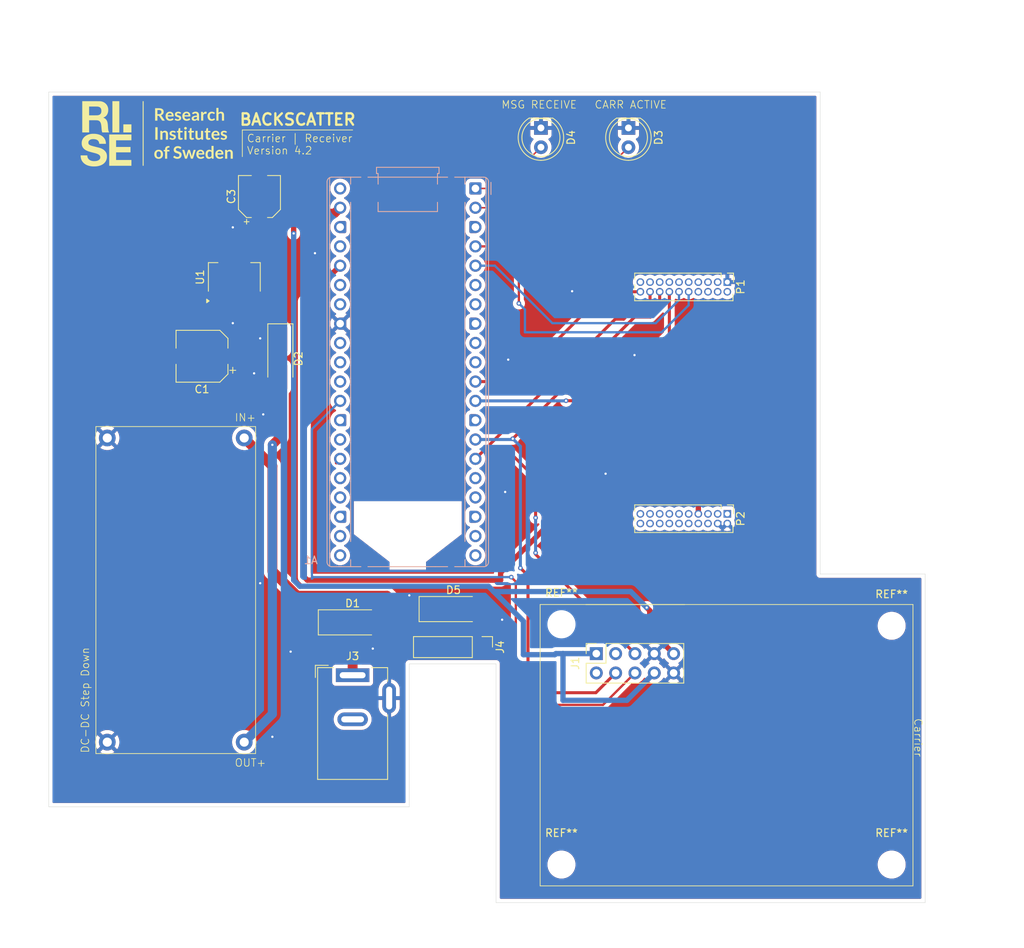
<source format=kicad_pcb>
(kicad_pcb (version 20241229) (generator "pcbnew") (generator_version "9.0")
  (title_block (title "Humanscatter v4.2") (company "RISE (Research Institutes of Sweden)"))
  (layers (0 "F.Cu" signal) (2 "B.Cu" signal) (13 "F.Paste" user) (15 "B.Paste" user) (5 "F.SilkS" user "F.Silkscreen") (7 "B.SilkS" user "B.Silkscreen") (1 "F.Mask" user) (3 "B.Mask" user) (25 "Edge.Cuts" user))
  (net 0 "")
  (net 6 "unconnected-(A1-GPIO20-Pad26)")
  (net 7 "/GDO")
  (net 8 "Net-(A1-VSYS)")
  (net 9 "Net-(A1-GND-Pad13)")
  (net 12 "GND")
  (net 15 "/CS")
  (net 17 "/MOSI")
  (net 20 "/MISO")
  (net 22 "/SCK")
  (net 23 "/GD2")
  (net 27 "/3V3")
  (net 30 "Net-(D2-K)")
  (net 31 "/IN+")
  (net 32 "Net-(D1-A)")
  (net 33 "/OUT+")
  (net 34 "Net-(A1-GPIO1)")
  (net 35 "Net-(A1-GPIO0)")
  (net 41 "Net-(D5-A)")
  (footprint "Package_TO_SOT_SMD:SOT-223-3_TabPin2" (layer "F.Cu") (at 132.2 58.35 90)
    (property "Reference" "U1" (at 0 -4.5 90) (layer "F.SilkS"))
    (property "Value" "AMS1117")
    (pad "1" smd roundrect (at -3.15 -2.3 90) (size 2 1.5) (layers "F.Cu" "F.Mask" "F.Paste") (net 12 "GND"))
    (pad "2" smd roundrect (at -3.15 0 90) (size 2 1.5) (layers "F.Cu" "F.Mask" "F.Paste") (net 8 "Net-(A1-VSYS)"))
    (pad "2" smd roundrect (at 3.15 0 90) (size 2 3.8) (layers "F.Cu" "F.Mask" "F.Paste") (net 8 "Net-(A1-VSYS)"))
    (pad "3" smd roundrect (at -3.15 2.3 90) (size 2 1.5) (layers "F.Cu" "F.Mask" "F.Paste") (net 30 "Net-(D2-K)"))
  )
  (footprint "Capacitor_SMD:CP_Elec_6.3x5.4" (layer "F.Cu") (at 127.95 68.75 180)
    (property "Reference" "C1" (at 0 -4.35 0) (layer "F.SilkS"))
    (property "Value" "10uF")
    (pad "1" smd roundrect (at -2.8 0 180) (size 3.5 1.6) (layers "F.Cu" "F.Mask" "F.Paste") (roundrect_rratio 0.15625) (net 30 "Net-(D2-K)"))
    (pad "2" smd roundrect (at 2.8 0 180) (size 3.5 1.6) (layers "F.Cu" "F.Mask" "F.Paste") (roundrect_rratio 0.15625) (net 12 "GND"))
  )
  (footprint "MountingHole:MountingHole_3.2mm_M3" (layer "F.Cu") (at 175.2 104)
    (property "Reference" "REF**" (at 0 -4.15 0) (layer "F.SilkS"))
    (property "Value" "MountingHole_3.2mm_M3")
    (pad "" np_thru_hole circle (at 0 0) (size 3.2 3.2) (drill 3.2) (layers "*.Cu" "*.Mask"))
  )
  (footprint "Connector_PinHeader_1.27mm:PinHeader_2x10_P1.27mm_Vertical" (layer "F.Cu") (at 197 59 -90)
    (property "Reference" "P1" (at 0.635 -1.745 90) (layer "F.SilkS"))
    (property "Value" "Conn_02x10_Odd_Even")
    (pad "1" thru_hole rect (at 0 0 270) (size 1 1) (drill 0.65) (layers "*.Cu" "*.Mask") (net 12 "GND"))
    (pad "2" thru_hole circle (at 1.27 0 270) (size 1 1) (drill 0.65) (layers "*.Cu" "*.Mask"))
    (pad "3" thru_hole circle (at 0 1.27 270) (size 1 1) (drill 0.65) (layers "*.Cu" "*.Mask"))
    (pad "4" thru_hole circle (at 1.27 1.27 270) (size 1 1) (drill 0.65) (layers "*.Cu" "*.Mask"))
    (pad "5" thru_hole circle (at 0 2.54 270) (size 1 1) (drill 0.65) (layers "*.Cu" "*.Mask"))
    (pad "6" thru_hole circle (at 1.27 2.54 270) (size 1 1) (drill 0.65) (layers "*.Cu" "*.Mask"))
    (pad "7" thru_hole circle (at 0 3.81 270) (size 1 1) (drill 0.65) (layers "*.Cu" "*.Mask"))
    (pad "8" thru_hole circle (at 1.27 3.81 270) (size 1 1) (drill 0.65) (layers "*.Cu" "*.Mask"))
    (pad "9" thru_hole circle (at 0 5.08 270) (size 1 1) (drill 0.65) (layers "*.Cu" "*.Mask"))
    (pad "10" thru_hole circle (at 1.27 5.08 270) (size 1 1) (drill 0.65) (layers "*.Cu" "*.Mask") (net 7 "/GDO"))
    (pad "11" thru_hole circle (at 0 6.35 270) (size 1 1) (drill 0.65) (layers "*.Cu" "*.Mask"))
    (pad "12" thru_hole circle (at 1.27 6.35 270) (size 1 1) (drill 0.65) (layers "*.Cu" "*.Mask") (net 23 "/GD2"))
    (pad "13" thru_hole circle (at 0 7.62 270) (size 1 1) (drill 0.65) (layers "*.Cu" "*.Mask"))
    (pad "14" thru_hole circle (at 1.27 7.62 270) (size 1 1) (drill 0.65) (layers "*.Cu" "*.Mask") (net 15 "/CS"))
    (pad "15" thru_hole circle (at 0 8.89 270) (size 1 1) (drill 0.65) (layers "*.Cu" "*.Mask"))
    (pad "16" thru_hole circle (at 1.27 8.89 270) (size 1 1) (drill 0.65) (layers "*.Cu" "*.Mask") (net 22 "/SCK"))
    (pad "17" thru_hole circle (at 0 10.16 270) (size 1 1) (drill 0.65) (layers "*.Cu" "*.Mask"))
    (pad "18" thru_hole circle (at 1.27 10.16 270) (size 1 1) (drill 0.65) (layers "*.Cu" "*.Mask") (net 17 "/MOSI"))
    (pad "19" thru_hole circle (at 0 11.43 270) (size 1 1) (drill 0.65) (layers "*.Cu" "*.Mask"))
    (pad "20" thru_hole circle (at 1.27 11.43 270) (size 1 1) (drill 0.65) (layers "*.Cu" "*.Mask") (net 20 "/MISO"))
  )
  (footprint "Diode_SMD:D_SMA_Handsoldering" (layer "F.Cu") (at 161 102)
    (property "Reference" "D5" (at 0 -2.5 0) (layer "F.SilkS"))
    (property "Value" "D")
    (pad "1" smd roundrect (at -2.5 0) (size 3.5 1.8) (layers "F.Cu" "F.Mask" "F.Paste") (roundrect_rratio 0.1388888889) (net 31 "/IN+"))
    (pad "2" smd roundrect (at 2.5 0) (size 3.5 1.8) (layers "F.Cu" "F.Mask" "F.Paste") (roundrect_rratio 0.1388888889) (net 41 "Net-(D5-A)"))
  )
  (footprint "Diode_SMD:D_SMA_Handsoldering" (layer "F.Cu") (at 138.25 69 -90)
    (property "Reference" "D2" (at 0.08 -2.39 90) (layer "F.SilkS"))
    (property "Value" "D")
    (pad "1" smd roundrect (at -2.5 0 270) (size 3.5 1.8) (layers "F.Cu" "F.Mask" "F.Paste") (roundrect_rratio 0.1388888889) (net 30 "Net-(D2-K)"))
    (pad "2" smd roundrect (at 2.5 0 270) (size 3.5 1.8) (layers "F.Cu" "F.Mask" "F.Paste") (roundrect_rratio 0.1388888889) (net 33 "/OUT+"))
  )
  (footprint "Connector_PinHeader_2.54mm:WPM404_New" (layer "F.Cu") (at 125 99 -90)
    (property "Reference" "J2" (hide yes))
    (property "Value" "WPM404")
    (pad "1" thru_hole circle (at -19.5 -8.5 270) (size 2.2 2.2) (drill 1.2) (layers "*.Cu" "*.Mask") (net 31 "/IN+"))
    (pad "2" thru_hole circle (at -19.5 9.5 270) (size 2.2 2.2) (drill 1.2) (layers "*.Cu" "*.Mask") (net 12 "GND"))
    (pad "3" thru_hole circle (at 20.5 9.5 270) (size 2.2 2.2) (drill 1.2) (layers "*.Cu" "*.Mask") (net 12 "GND"))
    (pad "4" thru_hole circle (at 20.5 -8.5 270) (size 2.2 2.2) (drill 1.2) (layers "*.Cu" "*.Mask") (net 33 "/OUT+"))
  )
  (footprint "Connector_PinHeader_2.54mm:PinHeader_1x04_P2.54mm_Vertical" (layer "F.Cu") (at 164.75 107 -90)
    (property "Reference" "J4" (at 0 -2.38 90) (layer "F.SilkS"))
    (property "Value" "Conn_01x04")
    (pad "1" smd rect (at 0 0 270) (size 1.6 2.2) (layers "F.Cu" "F.Mask" "F.Paste") (net 41 "Net-(D5-A)"))
    (pad "2" smd rect (at 0 2.54 270) (size 1.6 2.2) (layers "F.Cu" "F.Mask" "F.Paste"))
    (pad "3" smd rect (at 0 5.08 270) (size 1.6 2.2) (layers "F.Cu" "F.Mask" "F.Paste"))
    (pad "4" smd rect (at 0 7.62 270) (size 1.6 2.2) (layers "F.Cu" "F.Mask" "F.Paste") (net 12 "GND"))
  )
  (footprint "Connector_BarrelJack:BarrelJack_Wuerth_6941xx301002" (layer "F.Cu") (at 147.75 110.7)
    (property "Reference" "J3" (at 0 -2.5 0) (layer "F.SilkS"))
    (property "Value" "Barrel_Jack_Switch")
    (pad "1" thru_hole rect (at 0 0) (size 4.4 1.8) (drill oval 3.4 0.8) (layers "*.Cu" "*.Mask") (net 32 "Net-(D1-A)"))
    (pad "2" thru_hole oval (at 0 5.8) (size 4 1.8) (drill oval 3 0.8) (layers "*.Cu" "*.Mask"))
    (pad "3" thru_hole oval (at 4.8 3 90) (size 4 1.8) (drill oval 3 0.8) (layers "*.Cu" "*.Mask") (net 12 "GND"))
  )
  (footprint "MountingHole:MountingHole_3.2mm_M3" (layer "F.Cu") (at 175.2 135.6)
    (property "Reference" "REF**" (at 0 -4.15 0) (layer "F.SilkS"))
    (property "Value" "MountingHole_3.2mm_M3")
    (pad "" np_thru_hole circle (at 0 0) (size 3.2 3.2) (drill 3.2) (layers "*.Cu" "*.Mask"))
  )
  (footprint "Logo.preety:Logo" (layer "F.Cu") (at 122 39.5)
    (property "Reference" "G***" (hide yes))
    (property "Value" "LOGO" (hide yes))
  )
  (footprint "MountingHole:MountingHole_3.2mm_M3" (layer "F.Cu") (at 218.6 104.2)
    (property "Reference" "REF**" (at 0 -4.15 0) (layer "F.SilkS"))
    (property "Value" "MountingHole_3.2mm_M3")
    (pad "" np_thru_hole circle (at 0 0) (size 3.2 3.2) (drill 3.2) (layers "*.Cu" "*.Mask"))
  )
  (footprint "LED_THT:LED_D5.0mm" (layer "F.Cu") (at 184 38.725 -90)
    (property "Reference" "D3" (at 1.27 -3.96 90) (layer "F.SilkS"))
    (property "Value" "LED")
    (pad "1" thru_hole rect (at 0 0 270) (size 1.8 1.8) (drill 0.9) (layers "*.Cu" "*.Mask") (net 12 "GND"))
    (pad "2" thru_hole circle (at 2.54 0 270) (size 1.8 1.8) (drill 0.9) (layers "*.Cu" "*.Mask") (net 34 "Net-(A1-GPIO1)"))
  )
  (footprint "Connector_PinSocket_2.54mm:PinSocket_2x05_P2.54mm_Vertical" (layer "F.Cu") (at 179.78 107.86 90)
    (property "Reference" "J1" (at -1.27 -2.77 90) (layer "F.SilkS"))
    (property "Value" "Conn_02x05_Odd_Even")
    (pad "1" thru_hole rect (at 0 0 90) (size 1.7 1.7) (drill 1) (layers "*.Cu" "*.Mask") (net 8 "Net-(A1-VSYS)"))
    (pad "2" thru_hole circle (at -2.54 0 90) (size 1.7 1.7) (drill 1) (layers "*.Cu" "*.Mask"))
    (pad "3" thru_hole circle (at 0 2.54 90) (size 1.7 1.7) (drill 1) (layers "*.Cu" "*.Mask"))
    (pad "4" thru_hole circle (at -2.54 2.54 90) (size 1.7 1.7) (drill 1) (layers "*.Cu" "*.Mask") (net 22 "/SCK"))
    (pad "5" thru_hole circle (at 0 5.08 90) (size 1.7 1.7) (drill 1) (layers "*.Cu" "*.Mask") (net 17 "/MOSI"))
    (pad "6" thru_hole circle (at -2.54 5.08 90) (size 1.7 1.7) (drill 1) (layers "*.Cu" "*.Mask") (net 15 "/CS"))
    (pad "7" thru_hole circle (at 0 7.62 90) (size 1.7 1.7) (drill 1) (layers "*.Cu" "*.Mask") (net 12 "GND"))
    (pad "8" thru_hole circle (at -2.54 7.62 90) (size 1.7 1.7) (drill 1) (layers "*.Cu" "*.Mask") (net 8 "Net-(A1-VSYS)"))
    (pad "9" thru_hole circle (at 0 10.16 90) (size 1.7 1.7) (drill 1) (layers "*.Cu" "*.Mask") (net 8 "Net-(A1-VSYS)"))
    (pad "10" thru_hole circle (at -2.54 10.16 90) (size 1.7 1.7) (drill 1) (layers "*.Cu" "*.Mask") (net 12 "GND"))
  )
  (footprint "MountingHole:MountingHole_3.2mm_M3" (layer "F.Cu") (at 218.6 135.6)
    (property "Reference" "REF**" (at 0 -4.15 0) (layer "F.SilkS"))
    (property "Value" "MountingHole_3.2mm_M3")
    (pad "" np_thru_hole circle (at 0 0) (size 3.2 3.2) (drill 3.2) (layers "*.Cu" "*.Mask"))
  )
  (footprint "Diode_SMD:D_SMA_Handsoldering" (layer "F.Cu") (at 147.75 103.75)
    (property "Reference" "D1" (at 0 -2.5 0) (layer "F.SilkS"))
    (property "Value" "D")
    (pad "1" smd roundrect (at -2.5 0) (size 3.5 1.8) (layers "F.Cu" "F.Mask" "F.Paste") (roundrect_rratio 0.1388888889) (net 31 "/IN+"))
    (pad "2" smd roundrect (at 2.5 0) (size 3.5 1.8) (layers "F.Cu" "F.Mask" "F.Paste") (roundrect_rratio 0.1388888889) (net 32 "Net-(D1-A)"))
  )
  (footprint "Capacitor_SMD:CP_Elec_5x5.4" (layer "F.Cu") (at 135.5 47.75 90)
    (property "Reference" "C3" (at 0 -3.7 90) (layer "F.SilkS"))
    (property "Value" "22uF")
    (pad "1" smd roundrect (at -2.2 0 90) (size 3 1.6) (layers "F.Cu" "F.Mask" "F.Paste") (roundrect_rratio 0.15625) (net 8 "Net-(A1-VSYS)"))
    (pad "2" smd roundrect (at 2.2 0 90) (size 3 1.6) (layers "F.Cu" "F.Mask" "F.Paste") (roundrect_rratio 0.15625) (net 12 "GND"))
  )
  (footprint "LED_THT:LED_D5.0mm" (layer "F.Cu") (at 172.5 38.725 -90)
    (property "Reference" "D4" (at 1.27 -3.96 90) (layer "F.SilkS"))
    (property "Value" "LED")
    (pad "1" thru_hole rect (at 0 0 270) (size 1.8 1.8) (drill 0.9) (layers "*.Cu" "*.Mask") (net 12 "GND"))
    (pad "2" thru_hole circle (at 2.54 0 270) (size 1.8 1.8) (drill 0.9) (layers "*.Cu" "*.Mask") (net 35 "Net-(A1-GPIO0)"))
  )
  (footprint "Connector_PinHeader_1.27mm:PinHeader_2x10_P1.27mm_Vertical" (layer "F.Cu") (at 197 89.48 -90)
    (property "Reference" "P2" (at 0.635 -1.745 90) (layer "F.SilkS"))
    (property "Value" "Conn_02x10_Odd_Even")
    (pad "1" thru_hole rect (at 0 0 270) (size 1 1) (drill 0.65) (layers "*.Cu" "*.Mask"))
    (pad "2" thru_hole circle (at 1.27 0 270) (size 1 1) (drill 0.65) (layers "*.Cu" "*.Mask") (net 12 "GND"))
    (pad "3" thru_hole circle (at 0 1.27 270) (size 1 1) (drill 0.65) (layers "*.Cu" "*.Mask"))
    (pad "4" thru_hole circle (at 1.27 1.27 270) (size 1 1) (drill 0.65) (layers "*.Cu" "*.Mask") (net 12 "GND"))
    (pad "5" thru_hole circle (at 0 2.54 270) (size 1 1) (drill 0.65) (layers "*.Cu" "*.Mask"))
    (pad "6" thru_hole circle (at 1.27 2.54 270) (size 1 1) (drill 0.65) (layers "*.Cu" "*.Mask"))
    (pad "7" thru_hole circle (at 0 3.81 270) (size 1 1) (drill 0.65) (layers "*.Cu" "*.Mask") (net 27 "/3V3"))
    (pad "8" thru_hole circle (at 1.27 3.81 270) (size 1 1) (drill 0.65) (layers "*.Cu" "*.Mask"))
    (pad "9" thru_hole circle (at 0 5.08 270) (size 1 1) (drill 0.65) (layers "*.Cu" "*.Mask"))
    (pad "10" thru_hole circle (at 1.27 5.08 270) (size 1 1) (drill 0.65) (layers "*.Cu" "*.Mask"))
    (pad "11" thru_hole circle (at 0 6.35 270) (size 1 1) (drill 0.65) (layers "*.Cu" "*.Mask"))
    (pad "12" thru_hole circle (at 1.27 6.35 270) (size 1 1) (drill 0.65) (layers "*.Cu" "*.Mask"))
    (pad "13" thru_hole circle (at 0 7.62 270) (size 1 1) (drill 0.65) (layers "*.Cu" "*.Mask"))
    (pad "14" thru_hole circle (at 1.27 7.62 270) (size 1 1) (drill 0.65) (layers "*.Cu" "*.Mask"))
    (pad "15" thru_hole circle (at 0 8.89 270) (size 1 1) (drill 0.65) (layers "*.Cu" "*.Mask"))
    (pad "16" thru_hole circle (at 1.27 8.89 270) (size 1 1) (drill 0.65) (layers "*.Cu" "*.Mask"))
    (pad "17" thru_hole circle (at 0 10.16 270) (size 1 1) (drill 0.65) (layers "*.Cu" "*.Mask"))
    (pad "18" thru_hole circle (at 1.27 10.16 270) (size 1 1) (drill 0.65) (layers "*.Cu" "*.Mask"))
    (pad "19" thru_hole circle (at 0 11.43 270) (size 1 1) (drill 0.65) (layers "*.Cu" "*.Mask"))
    (pad "20" thru_hole circle (at 1.27 11.43 270) (size 1 1) (drill 0.65) (layers "*.Cu" "*.Mask"))
  )
  (footprint "Module:RaspberryPi_Pico_Common_THT" (layer "B.Cu") (at 163.89 46.6825 180)
    (property "Reference" "A1" (at 20.6375 -48.895 0) (layer "B.SilkS") (effects (justify left mirror)))
    (property "Value" "RaspberryPi_Pico")
    (pad "1" thru_hole roundrect (at 0 0 180) (size 1.6 1.6) (drill 1) (layers "*.Cu" "*.Mask") (roundrect_rratio 0.125) (net 35 "Net-(A1-GPIO0)"))
    (pad "2" thru_hole circle (at 0 -2.54 180) (size 1.6 1.6) (drill 1) (layers "*.Cu" "*.Mask") (net 34 "Net-(A1-GPIO1)"))
    (pad "3" thru_hole custom (at 0 -5.08 180) (size 1.6 1.6) (drill 1) (layers "*.Cu" "*.Mask") (net 9 "Net-(A1-GND-Pad13)") (options (clearance outline) (anchor circle)) (primitives (gr_poly (pts (xy 0.8 -0.6) (xy 0.8 0.6) (xy 0.6 0.8) (xy 0 0.8) (xy 0 -0.8) (xy 0.6 -0.8)) (width 0) (fill yes)) (gr_circle (center 0.6 -0.6) (end 0.8 -0.6) (width 0) (fill yes)) (gr_circle (center 0.6 0.6) (end 0.8 0.6) (width 0) (fill yes))))
    (pad "4" thru_hole circle (at 0 -7.62 180) (size 1.6 1.6) (drill 1) (layers "*.Cu" "*.Mask") (net 7 "/GDO"))
    (pad "5" thru_hole circle (at 0 -10.16 180) (size 1.6 1.6) (drill 1) (layers "*.Cu" "*.Mask") (net 23 "/GD2"))
    (pad "6" thru_hole circle (at 0 -12.7 180) (size 1.6 1.6) (drill 1) (layers "*.Cu" "*.Mask"))
    (pad "7" thru_hole circle (at 0 -15.24 180) (size 1.6 1.6) (drill 1) (layers "*.Cu" "*.Mask"))
    (pad "8" thru_hole custom (at 0 -17.78 180) (size 1.6 1.6) (drill 1) (layers "*.Cu" "*.Mask") (net 9 "Net-(A1-GND-Pad13)") (options (clearance outline) (anchor circle)) (primitives (gr_poly (pts (xy 0.8 -0.6) (xy 0.8 0.6) (xy 0.6 0.8) (xy 0 0.8) (xy 0 -0.8) (xy 0.6 -0.8)) (width 0) (fill yes)) (gr_circle (center 0.6 -0.6) (end 0.8 -0.6) (width 0) (fill yes)) (gr_circle (center 0.6 0.6) (end 0.8 0.6) (width 0) (fill yes))))
    (pad "9" thru_hole circle (at 0 -20.32 180) (size 1.6 1.6) (drill 1) (layers "*.Cu" "*.Mask"))
    (pad "10" thru_hole circle (at 0 -22.86 180) (size 1.6 1.6) (drill 1) (layers "*.Cu" "*.Mask"))
    (pad "11" thru_hole circle (at 0 -25.4 180) (size 1.6 1.6) (drill 1) (layers "*.Cu" "*.Mask") (net 20 "/MISO"))
    (pad "12" thru_hole circle (at 0 -27.94 180) (size 1.6 1.6) (drill 1) (layers "*.Cu" "*.Mask") (net 15 "/CS"))
    (pad "13" thru_hole custom (at 0 -30.48 180) (size 1.6 1.6) (drill 1) (layers "*.Cu" "*.Mask") (net 9 "Net-(A1-GND-Pad13)") (options (clearance outline) (anchor circle)) (primitives (gr_poly (pts (xy 0.8 -0.6) (xy 0.8 0.6) (xy 0.6 0.8) (xy 0 0.8) (xy 0 -0.8) (xy 0.6 -0.8)) (width 0) (fill yes)) (gr_circle (center 0.6 -0.6) (end 0.8 -0.6) (width 0) (fill yes)) (gr_circle (center 0.6 0.6) (end 0.8 0.6) (width 0) (fill yes))))
    (pad "14" thru_hole circle (at 0 -33.02 180) (size 1.6 1.6) (drill 1) (layers "*.Cu" "*.Mask") (net 22 "/SCK"))
    (pad "15" thru_hole circle (at 0 -35.56 180) (size 1.6 1.6) (drill 1) (layers "*.Cu" "*.Mask") (net 17 "/MOSI"))
    (pad "16" thru_hole circle (at 0 -38.1 180) (size 1.6 1.6) (drill 1) (layers "*.Cu" "*.Mask"))
    (pad "17" thru_hole circle (at 0 -40.64 180) (size 1.6 1.6) (drill 1) (layers "*.Cu" "*.Mask"))
    (pad "18" thru_hole custom (at 0 -43.18 180) (size 1.6 1.6) (drill 1) (layers "*.Cu" "*.Mask") (net 9 "Net-(A1-GND-Pad13)") (options (clearance outline) (anchor circle)) (primitives (gr_poly (pts (xy 0.8 -0.6) (xy 0.8 0.6) (xy 0.6 0.8) (xy 0 0.8) (xy 0 -0.8) (xy 0.6 -0.8)) (width 0) (fill yes)) (gr_circle (center 0.6 -0.6) (end 0.8 -0.6) (width 0) (fill yes)) (gr_circle (center 0.6 0.6) (end 0.8 0.6) (width 0) (fill yes))))
    (pad "19" thru_hole circle (at 0 -45.72 180) (size 1.6 1.6) (drill 1) (layers "*.Cu" "*.Mask"))
    (pad "20" thru_hole circle (at 0 -48.26 180) (size 1.6 1.6) (drill 1) (layers "*.Cu" "*.Mask"))
    (pad "21" thru_hole circle (at 17.78 -48.26 180) (size 1.6 1.6) (drill 1) (layers "*.Cu" "*.Mask"))
    (pad "22" thru_hole circle (at 17.78 -45.72 180) (size 1.6 1.6) (drill 1) (layers "*.Cu" "*.Mask"))
    (pad "23" thru_hole custom (at 17.78 -43.18 180) (size 1.6 1.6) (drill 1) (layers "*.Cu" "*.Mask") (net 9 "Net-(A1-GND-Pad13)") (options (clearance outline) (anchor circle)) (primitives (gr_poly (pts (xy -0.8 -0.6) (xy -0.8 0.6) (xy -0.6 0.8) (xy 0 0.8) (xy 0 -0.8) (xy -0.6 -0.8)) (width 0) (fill yes)) (gr_circle (center -0.6 -0.6) (end -0.4 -0.6) (width 0) (fill yes)) (gr_circle (center -0.6 0.6) (end -0.4 0.6) (width 0) (fill yes))))
    (pad "24" thru_hole circle (at 17.78 -40.64 180) (size 1.6 1.6) (drill 1) (layers "*.Cu" "*.Mask"))
    (pad "25" thru_hole circle (at 17.78 -38.1 180) (size 1.6 1.6) (drill 1) (layers "*.Cu" "*.Mask"))
    (pad "26" thru_hole circle (at 17.78 -35.56 180) (size 1.6 1.6) (drill 1) (layers "*.Cu" "*.Mask") (net 6 "unconnected-(A1-GPIO20-Pad26)"))
    (pad "27" thru_hole circle (at 17.78 -33.02 180) (size 1.6 1.6) (drill 1) (layers "*.Cu" "*.Mask"))
    (pad "28" thru_hole custom (at 17.78 -30.48 180) (size 1.6 1.6) (drill 1) (layers "*.Cu" "*.Mask") (net 9 "Net-(A1-GND-Pad13)") (options (clearance outline) (anchor circle)) (primitives (gr_poly (pts (xy -0.8 -0.6) (xy -0.8 0.6) (xy -0.6 0.8) (xy 0 0.8) (xy 0 -0.8) (xy -0.6 -0.8)) (width 0) (fill yes)) (gr_circle (center -0.6 -0.6) (end -0.4 -0.6) (width 0) (fill yes)) (gr_circle (center -0.6 0.6) (end -0.4 0.6) (width 0) (fill yes))))
    (pad "29" thru_hole circle (at 17.78 -27.94 180) (size 1.6 1.6) (drill 1) (layers "*.Cu" "*.Mask") (net 15 "/CS"))
    (pad "30" thru_hole circle (at 17.78 -25.4 180) (size 1.6 1.6) (drill 1) (layers "*.Cu" "*.Mask"))
    (pad "31" thru_hole circle (at 17.78 -22.86 180) (size 1.6 1.6) (drill 1) (layers "*.Cu" "*.Mask"))
    (pad "32" thru_hole circle (at 17.78 -20.32 180) (size 1.6 1.6) (drill 1) (layers "*.Cu" "*.Mask"))
    (pad "33" thru_hole custom (at 17.78 -17.78 180) (size 1.6 1.6) (drill 1) (layers "*.Cu" "*.Mask") (net 12 "GND") (options (clearance outline) (anchor circle)) (primitives (gr_poly (pts (xy -0.8 -0.6) (xy -0.8 0.6) (xy -0.6 0.8) (xy 0 0.8) (xy 0 -0.8) (xy -0.6 -0.8)) (width 0) (fill yes)) (gr_circle (center -0.6 -0.6) (end -0.4 -0.6) (width 0) (fill yes)) (gr_circle (center -0.6 0.6) (end -0.4 0.6) (width 0) (fill yes))))
    (pad "34" thru_hole circle (at 17.78 -15.24 180) (size 1.6 1.6) (drill 1) (layers "*.Cu" "*.Mask"))
    (pad "35" thru_hole circle (at 17.78 -12.7 180) (size 1.6 1.6) (drill 1) (layers "*.Cu" "*.Mask"))
    (pad "36" thru_hole circle (at 17.78 -10.16 180) (size 1.6 1.6) (drill 1) (layers "*.Cu" "*.Mask") (net 27 "/3V3"))
    (pad "37" thru_hole circle (at 17.78 -7.62 180) (size 1.6 1.6) (drill 1) (layers "*.Cu" "*.Mask"))
    (pad "38" thru_hole custom (at 17.78 -5.08 180) (size 1.6 1.6) (drill 1) (layers "*.Cu" "*.Mask") (net 9 "Net-(A1-GND-Pad13)") (options (clearance outline) (anchor circle)) (primitives (gr_poly (pts (xy -0.8 -0.6) (xy -0.8 0.6) (xy -0.6 0.8) (xy 0 0.8) (xy 0 -0.8) (xy -0.6 -0.8)) (width 0) (fill yes)) (gr_circle (center -0.6 -0.6) (end -0.4 -0.6) (width 0) (fill yes)) (gr_circle (center -0.6 0.6) (end -0.4 0.6) (width 0) (fill yes))))
    (pad "39" thru_hole circle (at 17.78 -2.54 180) (size 1.6 1.6) (drill 1) (layers "*.Cu" "*.Mask") (net 8 "Net-(A1-VSYS)"))
    (pad "40" thru_hole circle (at 17.78 0 180) (size 1.6 1.6) (drill 1) (layers "*.Cu" "*.Mask"))
    (zone (net 0) (net_name "") (layers "F.Cu" "B.Cu" "F.Paste" "B.Paste") (name "Antenna Copper Keep Out") (connect_pads (clearance 0)) (min_thickness 0.254)
      (keepout (tracks not_allowed) (vias not_allowed) (pads not_allowed) (copperpour not_allowed) (footprints allowed))
      (fill (thermal_gap 0.508) (thermal_bridge_width 0.508))
      (polygon (pts (xy 157.4 95.802395) (xy 162.1 92.152395) (xy 162.1 87.8125) (xy 147.9 87.8125) (xy 147.9 92.152395) (xy 152.6 95.802395) (xy 152.6 96.8125) (xy 157.4 96.8125)))
    )
  )
  (gr_line (start 221.4 138.4) (end 221.4 101.4) (stroke (width 0.1)) (layer "F.SilkS"))
  (gr_line (start 172.4 138.4) (end 221.4 138.4) (stroke (width 0.1)) (layer "F.SilkS"))
  (gr_line (start 133.25 39) (end 147.75 39) (stroke (width 0.1)) (layer "F.SilkS"))
  (gr_line (start 172.4 101.4) (end 172.4 138.4) (stroke (width 0.1)) (layer "F.SilkS"))
  (gr_line (start 133.25 42.5) (end 133.25 39) (stroke (width 0.1)) (layer "F.SilkS"))
  (gr_line (start 178.4 101.4) (end 191.4 101.4) (stroke (width 0.1)) (layer "F.SilkS"))
  (gr_line (start 172.4 101.4) (end 221.4 101.4) (stroke (width 0.1)) (layer "F.SilkS"))
  (gr_line (start 155.2 128) (end 155.2 109.8) (stroke (width 0.05)) (layer "Edge.Cuts"))
  (gr_line (start 107.8 128) (end 107.8 34) (stroke (width 0.05)) (layer "Edge.Cuts"))
  (gr_line (start 209.2 97.4) (end 223 97.4) (stroke (width 0.05)) (layer "Edge.Cuts"))
  (gr_line (start 155.2 109.8) (end 155.2 109.2) (stroke (width 0.05)) (layer "Edge.Cuts"))
  (gr_line (start 155.2 109.2) (end 166.6 109.2) (stroke (width 0.05)) (layer "Edge.Cuts"))
  (gr_line (start 166.6 109.2) (end 166.6 140.6) (stroke (width 0.05)) (layer "Edge.Cuts"))
  (gr_line (start 166.6 140.6) (end 223 140.6) (stroke (width 0.05)) (layer "Edge.Cuts"))
  (gr_line (start 223 97.4) (end 223 140.6) (stroke (width 0.05)) (layer "Edge.Cuts"))
  (gr_line (start 107.8 128) (end 155.2 128) (stroke (width 0.05)) (layer "Edge.Cuts"))
  (gr_line (start 107.8 34) (end 209.2 34) (stroke (width 0.05)) (layer "Edge.Cuts"))
  (gr_line (start 209.2 34) (end 209.2 97.4) (stroke (width 0.05)) (layer "Edge.Cuts"))
  (gr_text "OUT+" (at 132.2 122.8 0) (layer "F.SilkS") (effects (font (size 1 1) (thickness 0.1)) (justify left bottom)))
  (gr_text "Carrier\n" (at 221.5 116.3 270) (layer "F.SilkS") (effects (font (size 1 1) (thickness 0.1)) (justify left bottom)))
  (gr_text "Carrier | Receiver\nVersion 4.2\n\n" (at 133.8 43.9 0) (layer "F.SilkS") (effects (font (size 1 1) (thickness 0.1)) (justify left bottom)))
  (gr_text "BACKSCATTER\n" (at 132.75 38.5 0) (layer "F.SilkS") (effects (font (size 1.5 1.5) (thickness 0.3) (bold yes)) (justify left bottom)))
  (gr_text "DC-DC Step Down\n\n" (at 114.8 121 90) (layer "F.SilkS") (effects (font (size 1 1) (thickness 0.1)) (justify left bottom)))
  (gr_text "IN+" (at 132.2 77.4 0) (layer "F.SilkS") (effects (font (size 1 1) (thickness 0.1)) (justify left bottom)))
  (gr_text "MSG RECEIVE" (at 167.25 36.25 0) (layer "F.SilkS") (effects (font (size 1 1) (thickness 0.1)) (justify left bottom)))
  (gr_text "CARR ACTIVE" (at 179.5 36.25 0) (layer "F.SilkS") (effects (font (size 1 1) (thickness 0.1)) (justify left bottom)))
  (segment (start 145.6125 82.7825) (end 146.2125 82.1825) (width 0.4) (layer "F.Cu") (net 6))
  (segment (start 169.6 61.8) (end 169.6 57.4) (width 0.3) (layer "F.Cu") (net 7))
  (segment (start 169.6 57.4) (end 166.5025 54.3025) (width 0.3) (layer "F.Cu") (net 7))
  (segment (start 166.5025 54.3025) (end 163.89 54.3025) (width 0.3) (layer "F.Cu") (net 7))
  (via (at 169.6 61.8) (size 0.6) (drill 0.3) (layers "F.Cu" "B.Cu") (net 7))
  (segment (start 191.92 62.04) (end 191.92 60.27) (width 0.3) (layer "B.Cu") (net 7))
  (segment (start 170.4 62.6) (end 169.6 61.8) (width 0.3) (layer "B.Cu") (net 7))
  (segment (start 188.36 65.6) (end 191.92 62.04) (width 0.3) (layer "B.Cu") (net 7))
  (segment (start 188.36 65.6) (end 170.4 65.6) (width 0.3) (layer "B.Cu") (net 7))
  (segment (start 170.4 65.6) (end 170.4 62.6) (width 0.3) (layer "B.Cu") (net 7))
  (segment (start 146.0925 49.2825) (end 146.2125 49.1625) (width 0.2) (layer "F.Cu") (net 8))
  (segment (start 186.8 102.2) (end 186.8 104.72) (width 0.7) (layer "F.Cu") (net 8))
  (segment (start 140 49.95) (end 145.3825 49.95) (width 1.2) (layer "F.Cu") (net 8))
  (segment (start 135.5 51.9) (end 135.5 49.95) (width 1.2) (layer "F.Cu") (net 8))
  (segment (start 132.2 55.2) (end 135.5 51.9) (width 1.2) (layer "F.Cu") (net 8))
  (segment (start 145.3825 49.95) (end 146.11 49.2225) (width 1.2) (layer "F.Cu") (net 8))
  (segment (start 140 52.6) (end 140 49.95) (width 0.7) (layer "F.Cu") (net 8))
  (segment (start 135.5 49.95) (end 140 49.95) (width 1.2) (layer "F.Cu") (net 8))
  (segment (start 186.4 101.8) (end 186.8 102.2) (width 0.7) (layer "F.Cu") (net 8))
  (segment (start 186.8 104.72) (end 189.94 107.86) (width 0.7) (layer "F.Cu") (net 8))
  (via (at 140 52.6) (size 0.6) (drill 0.3) (layers "F.Cu" "B.Cu") (net 8))
  (via (at 186.4 101.8) (size 0.6) (drill 0.3) (layers "F.Cu" "B.Cu") (net 8))
  (segment (start 187.4 110.4) (end 183.8 114) (width 0.7) (layer "B.Cu") (net 8))
  (segment (start 170.2 103.6) (end 168 101.4) (width 0.7) (layer "B.Cu") (net 8))
  (segment (start 170.2 108) (end 170.2 103.6) (width 0.7) (layer "B.Cu") (net 8))
  (segment (start 184.3 99.7) (end 186.4 101.8) (width 0.7) (layer "B.Cu") (net 8))
  (segment (start 175.4 107.86) (end 174.46 107.86) (width 0.7) (layer "B.Cu") (net 8))
  (segment (start 174.32 108) (end 170.2 108) (width 0.7) (layer "B.Cu") (net 8))
  (segment (start 179.78 107.86) (end 175.4 107.86) (width 0.7) (layer "B.Cu") (net 8))
  (segment (start 174.46 107.86) (end 174.32 108) (width 0.7) (layer "B.Cu") (net 8))
  (segment (start 166.3 99.7) (end 165.6 99) (width 0.7) (layer "B.Cu") (net 8))
  (segment (start 184.3 99.7) (end 166.3 99.7) (width 0.7) (layer "B.Cu") (net 8))
  (segment (start 140.8 99) (end 140 98.2) (width 0.7) (layer "B.Cu") (net 8))
  (segment (start 140 98.2) (end 140 52.6) (width 0.7) (layer "B.Cu") (net 8))
  (segment (start 168 101.4) (end 166.3 99.7) (width 0.7) (layer "B.Cu") (net 8))
  (segment (start 175.4 114) (end 175.4 107.86) (width 0.7) (layer "B.Cu") (net 8))
  (segment (start 165.6 99) (end 140.8 99) (width 0.7) (layer "B.Cu") (net 8))
  (segment (start 183.8 114) (end 175.4 114) (width 0.7) (layer "B.Cu") (net 8))
  (via (at 142.8 55.2) (size 0.6) (drill 0.3) (layers "F.Cu" "B.Cu") (net 12))
  (via (at 150.4 107.2) (size 0.6) (drill 0.3) (layers "F.Cu" "B.Cu") (net 12))
  (via (at 132 51.8) (size 0.6) (drill 0.3) (layers "F.Cu" "B.Cu") (net 12))
  (via (at 135.6 66.4) (size 0.6) (drill 0.3) (layers "F.Cu" "B.Cu") (net 12))
  (via (at 167.4 103.4) (size 0.6) (drill 0.3) (layers "F.Cu" "B.Cu") (net 12))
  (via (at 136 76.4) (size 0.6) (drill 0.3) (layers "F.Cu" "B.Cu") (net 12))
  (via (at 135.6 98.6) (size 0.6) (drill 0.3) (layers "F.Cu" "B.Cu") (net 12))
  (via (at 134.8 71) (size 0.6) (drill 0.3) (layers "F.Cu" "B.Cu") (net 12))
  (via (at 155.2 100.2) (size 0.6) (drill 0.3) (layers "F.Cu" "B.Cu") (net 12))
  (via (at 181 84.2) (size 0.6) (drill 0.3) (layers "F.Cu" "B.Cu") (net 12))
  (via (at 176.6 60.2) (size 0.6) (drill 0.3) (layers "F.Cu" "B.Cu") (net 12))
  (via (at 167.8 86.6) (size 0.6) (drill 0.3) (layers "F.Cu" "B.Cu") (net 12))
  (via (at 168.2 69.2) (size 0.6) (drill 0.3) (layers "F.Cu" "B.Cu") (net 12))
  (via (at 137.2 118.8) (size 0.6) (drill 0.3) (layers "F.Cu" "B.Cu") (net 12))
  (via (at 184.8 68.6) (size 0.6) (drill 0.3) (layers "F.Cu" "B.Cu") (net 12))
  (via (at 139.6 107.6) (size 0.6) (drill 0.3) (layers "F.Cu" "B.Cu") (net 12))
  (via (at 132 64.4) (size 0.6) (drill 0.3) (layers "F.Cu" "B.Cu") (net 12))
  (segment (start 169.2 98.4) (end 168.6 97.8) (width 0.3) (layer "F.Cu") (net 15))
  (segment (start 175.8 74.6) (end 180.65 74.6) (width 0.4) (layer "F.Cu") (net 15))
  (segment (start 189.38 65.87) (end 189.38 60.27) (width 0.4) (layer "F.Cu") (net 15))
  (segment (start 184.86 110.4) (end 180.66 114.6) (width 0.3) (layer "F.Cu") (net 15))
  (segment (start 169.2 114.6) (end 169.2 98.4) (width 0.3) (layer "F.Cu") (net 15))
  (segment (start 180.65 74.6) (end 189.38 65.87) (width 0.4) (layer "F.Cu") (net 15))
  (segment (start 180.66 114.6) (end 169.2 114.6) (width 0.3) (layer "F.Cu") (net 15))
  (segment (start 146.55 74.5625) (end 146.61 74.6225) (width 0.4) (layer "F.Cu") (net 15))
  (via (at 168.6 97.8) (size 0.6) (drill 0.3) (layers "F.Cu" "B.Cu") (net 15))
  (via (at 175.8 74.6) (size 0.6) (drill 0.3) (layers "F.Cu" "B.Cu") (net 15))
  (segment (start 175.8 74.6) (end 175.7775 74.6225) (width 0.2) (layer "B.Cu") (net 15))
  (segment (start 142.4 78.3325) (end 146.11 74.6225) (width 0.3) (layer "B.Cu") (net 15))
  (segment (start 175.7775 74.6225) (end 163.89 74.6225) (width 0.4) (layer "B.Cu") (net 15))
  (segment (start 168.6 97.8) (end 142.6 97.8) (width 0.3) (layer "B.Cu") (net 15))
  (segment (start 142.6 97.8) (end 142.4 98) (width 0.3) (layer "B.Cu") (net 15))
  (segment (start 142.4 98) (end 142.4 78.3325) (width 0.3) (layer "B.Cu") (net 15))
  (segment (start 171.8 94.8) (end 171.8 94.6) (width 0.2) (layer "F.Cu") (net 17))
  (segment (start 171.8 84.8) (end 168.16625 81.16625) (width 0.4) (layer "F.Cu") (net 17))
  (segment (start 164.96625 81.16625) (end 182.26 63.8725) (width 0.4) (layer "F.Cu") (net 17))
  (segment (start 164.96625 81.16625) (end 163.89 82.2425) (width 0.4) (layer "F.Cu") (net 17))
  (segment (start 184.95 62.3) (end 186.8 62.3) (width 0.4) (layer "F.Cu") (net 17))
  (segment (start 186.8 62.3) (end 186.84 62.26) (width 0.4) (layer "F.Cu") (net 17))
  (segment (start 186.84 62.26) (end 186.84 60.27) (width 0.4) (layer "F.Cu") (net 17))
  (segment (start 182.26 63.8725) (end 183.3775 63.8725) (width 0.4) (layer "F.Cu") (net 17))
  (segment (start 168.16625 81.16625) (end 164.96625 81.16625) (width 0.4) (layer "F.Cu") (net 17))
  (segment (start 184.86 107.86) (end 171.8 94.8) (width 0.4) (layer "F.Cu") (net 17))
  (segment (start 183.3775 63.8725) (end 184.95 62.3) (width 0.4) (layer "F.Cu") (net 17))
  (segment (start 171.8 90) (end 171.8 84.8) (width 0.4) (layer "F.Cu") (net 17))
  (via (at 171.8 90) (size 0.6) (drill 0.3) (layers "F.Cu" "B.Cu") (net 17))
  (via (at 171.8 94.6) (size 0.6) (drill 0.3) (layers "F.Cu" "B.Cu") (net 17))
  (segment (start 171.8 94.6) (end 171.8 90) (width 0.4) (layer "B.Cu") (net 17))
  (segment (start 169.1775 72.0825) (end 180.99 60.27) (width 0.4) (layer "F.Cu") (net 20))
  (segment (start 180.99 60.27) (end 185.57 60.27) (width 0.4) (layer "F.Cu") (net 20))
  (segment (start 163.89 72.0825) (end 169.1775 72.0825) (width 0.4) (layer "F.Cu") (net 20))
  (segment (start 168.8 79.6) (end 184.8 63.6) (width 0.4) (layer "F.Cu") (net 22))
  (segment (start 170.8 97.6) (end 169.8 96.6) (width 0.4) (layer "F.Cu") (net 22))
  (segment (start 170.8 113) (end 170.8 97.6) (width 0.4) (layer "F.Cu") (net 22))
  (segment (start 182.32 110.4) (end 179.72 113) (width 0.4) (layer "F.Cu") (net 22))
  (segment (start 188.11 62.39) (end 188.11 60.27) (width 0.4) (layer "F.Cu") (net 22))
  (segment (start 179.72 113) (end 170.8 113) (width 0.4) (layer "F.Cu") (net 22))
  (segment (start 184.8 63.6) (end 186.9 63.6) (width 0.4) (layer "F.Cu") (net 22))
  (segment (start 186.9 63.6) (end 188.11 62.39) (width 0.4) (layer "F.Cu") (net 22))
  (via (at 168.8 79.6) (size 0.6) (drill 0.3) (layers "F.Cu" "B.Cu") (net 22))
  (via (at 169.8 96.6) (size 0.6) (drill 0.3) (layers "F.Cu" "B.Cu") (net 22))
  (segment (start 169.8 96.6) (end 169.8 80.6) (width 0.4) (layer "B.Cu") (net 22))
  (segment (start 168.6975 79.7025) (end 163.89 79.7025) (width 0.4) (layer "B.Cu") (net 22))
  (segment (start 169.8 80.6) (end 168.8 79.6) (width 0.4) (layer "B.Cu") (net 22))
  (segment (start 168.8 79.6) (end 168.6975 79.7025) (width 0.2) (layer "B.Cu") (net 22))
  (segment (start 190.65 61.35) (end 190.65 60.27) (width 0.3) (layer "B.Cu") (net 23))
  (segment (start 174 64.4) (end 187.6 64.4) (width 0.3) (layer "B.Cu") (net 23))
  (segment (start 187.6 64.4) (end 190.65 61.35) (width 0.3) (layer "B.Cu") (net 23))
  (segment (start 163.89 56.8425) (end 166.4425 56.8425) (width 0.3) (layer "B.Cu") (net 23))
  (segment (start 166.4425 56.8425) (end 174 64.4) (width 0.3) (layer "B.Cu") (net 23))
  (segment (start 167.2 97.2) (end 177.6 86.8) (width 0.7) (layer "F.Cu") (net 27))
  (segment (start 167.2 98.2) (end 167.2 97.2) (width 0.7) (layer "F.Cu") (net 27))
  (segment (start 193.19 87.71) (end 193.19 89.48) (width 0.7) (layer "F.Cu") (net 27))
  (segment (start 192.28 86.8) (end 193.19 87.71) (width 0.7) (layer "F.Cu") (net 27))
  (segment (start 177.6 86.8) (end 192.28 86.8) (width 0.7) (layer "F.Cu") (net 27))
  (segment (start 141.4 61.5525) (end 141.4 97.8) (width 0.7) (layer "F.Cu") (net 27))
  (segment (start 141.4 97.8) (end 141.8 98.2) (width 0.7) (layer "F.Cu") (net 27))
  (segment (start 146.11 56.8425) (end 141.4 61.5525) (width 0.7) (layer "F.Cu") (net 27))
  (segment (start 141.8 98.2) (end 167.2 98.2) (width 0.7) (layer "F.Cu") (net 27))
  (segment (start 134.5 65) (end 134.5 61.5) (width 1.2) (layer "F.Cu") (net 30))
  (segment (start 130.75 68.75) (end 134.5 65) (width 1.2) (layer "F.Cu") (net 30))
  (segment (start 138.25 66.5) (end 136 68.75) (width 1.2) (layer "F.Cu") (net 30))
  (segment (start 136 68.75) (end 130.75 68.75) (width 1.2) (layer "F.Cu") (net 30))
  (segment (start 141 103.75) (end 141 100.8) (width 1.3) (layer "F.Cu") (net 31))
  (segment (start 154 102) (end 152.25 100.25) (width 1.3) (layer "F.Cu") (net 31))
  (segment (start 137.2 83.2) (end 133.5 79.5) (width 1.3) (layer "F.Cu") (net 31))
  (segment (start 137.2 97) (end 137.2 83.2) (width 1.3) (layer "F.Cu") (net 31))
  (segment (start 145.25 103.75) (end 141 103.75) (width 1.3) (layer "F.Cu") (net 31))
  (segment (start 158.5 102) (end 154 102) (width 1.3) (layer "F.Cu") (net 31))
  (segment (start 152.25 100.25) (end 140.45 100.25) (width 1.3) (layer "F.Cu") (net 31))
  (segment (start 140.45 100.25) (end 137.2 97) (width 1.3) (layer "F.Cu") (net 31))
  (segment (start 141 100.8) (end 140.45 100.25) (width 1.3) (layer "F.Cu") (net 31))
  (segment (start 147.75 110.7) (end 147.75 106.25) (width 1.3) (layer "F.Cu") (net 32))
  (segment (start 147.75 106.25) (end 150.25 103.75) (width 1.3) (layer "F.Cu") (net 32))
  (segment (start 138.25 75) (end 138.25 79.35) (width 1.2) (layer "F.Cu") (net 33))
  (segment (start 138.25 75) (end 138.25 71.5) (width 1.2) (layer "F.Cu") (net 33))
  (segment (start 138.25 79.35) (end 137.2 80.4) (width 1.2) (layer "F.Cu") (net 33))
  (via (at 137.2 80.4) (size 0.6) (drill 0.3) (layers "F.Cu" "B.Cu") (net 33))
  (segment (start 137.2 80.4) (end 137.2 115.8) (width 1.2) (layer "B.Cu") (net 33))
  (segment (start 137.2 115.8) (end 133.5 119.5) (width 1.2) (layer "B.Cu") (net 33))
  (segment (start 176.0425 49.2225) (end 184 41.265) (width 0.2) (layer "F.Cu") (net 34))
  (segment (start 164.1125 49.2825) (end 163.9925 49.1625) (width 0.2) (layer "F.Cu") (net 34))
  (segment (start 163.89 49.2225) (end 176.0425 49.2225) (width 0.2) (layer "F.Cu") (net 34))
  (segment (start 164.0725 46.5) (end 163.89 46.6825) (width 0.2) (layer "F.Cu") (net 35))
  (segment (start 167.0825 46.6825) (end 172.5 41.265) (width 0.2) (layer "F.Cu") (net 35))
  (segment (start 163.89 46.6825) (end 167.0825 46.6825) (width 0.2) (layer "F.Cu") (net 35))
  (segment (start 164.75 103.25) (end 163.5 102) (width 1.3) (layer "F.Cu") (net 41))
  (segment (start 164.75 107) (end 164.75 103.25) (width 1.3) (layer "F.Cu") (net 41))
  (zone (net 12) (net_name "GND") (layers "F.Cu" "B.Cu") (connect_pads (clearance 0.5)) (min_thickness 0.25) (fill yes (thermal_gap 0.5) (thermal_bridge_width 0.5))
    (polygon (pts (xy 105.6 33.8) (xy 211.2 31.2) (xy 236 146.6) (xy 101.4 136.8)))
  )
)
</source>
